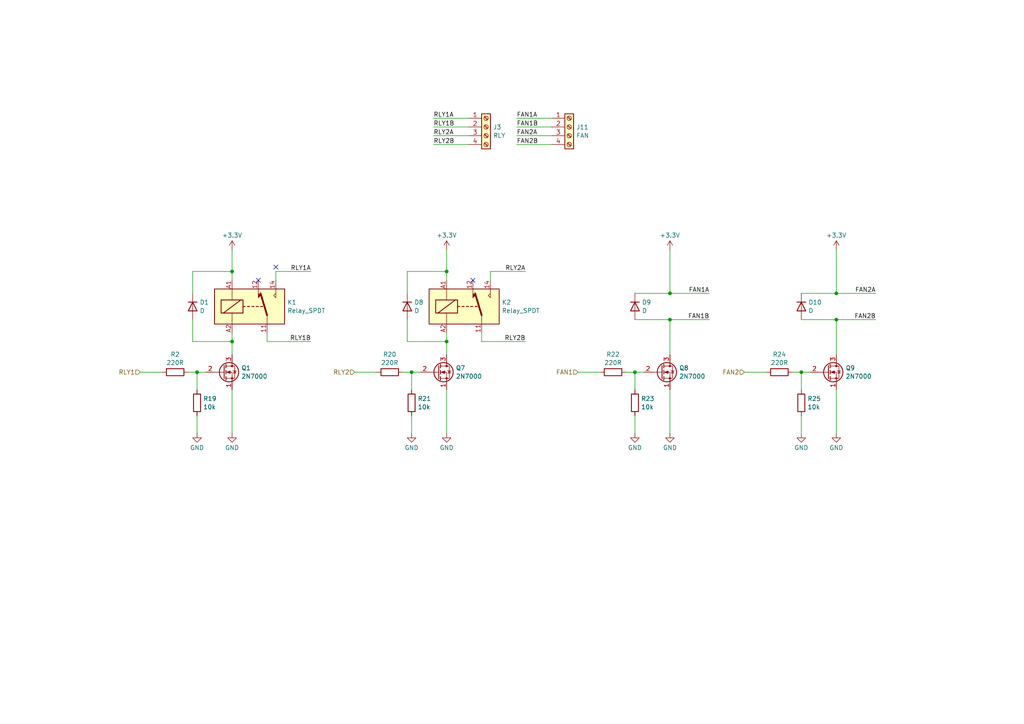
<source format=kicad_sch>
(kicad_sch (version 20231120) (generator "eeschema") (generator_version "8.0")
  (paper "A4")
  (lib_symbols
    (symbol "Connector:Screw_Terminal_01x04" (pin_names (offset 1.016) hide)
      (property "Reference" "J" (at 0 5.08 0))
      (property "Value" "Screw_Terminal_01x04" (at 0 -7.62 0))
      (symbol "Screw_Terminal_01x04_1_1"
        (rectangle (start -1.27 3.81) (end 1.27 -6.35) (stroke (width 0.254)) (fill (type background)))
        (circle (center 0 -5.08) (radius 0.635) (stroke (width 0.1524)))
        (circle (center 0 -2.54) (radius 0.635) (stroke (width 0.1524)))
        (polyline (pts (xy -0.5334 -4.7498) (xy 0.3302 -5.588)) (stroke (width 0.1524)))
        (polyline (pts (xy -0.5334 -2.2098) (xy 0.3302 -3.048)) (stroke (width 0.1524)))
        (polyline (pts (xy -0.5334 0.3302) (xy 0.3302 -0.508)) (stroke (width 0.1524)))
        (polyline (pts (xy -0.5334 2.8702) (xy 0.3302 2.032)) (stroke (width 0.1524)))
        (polyline (pts (xy -0.3556 -4.572) (xy 0.508 -5.4102)) (stroke (width 0.1524)))
        (polyline (pts (xy -0.3556 -2.032) (xy 0.508 -2.8702)) (stroke (width 0.1524)))
        (polyline (pts (xy -0.3556 0.508) (xy 0.508 -0.3302)) (stroke (width 0.1524)))
        (polyline (pts (xy -0.3556 3.048) (xy 0.508 2.2098)) (stroke (width 0.1524)))
        (circle (center 0 0) (radius 0.635) (stroke (width 0.1524)))
        (circle (center 0 2.54) (radius 0.635) (stroke (width 0.1524)))
        (pin passive line (at -5.08 2.54 0) (length 3.81) (name "Pin_1") (number "1"))
        (pin passive line (at -5.08 0 0) (length 3.81) (name "Pin_2") (number "2"))
        (pin passive line (at -5.08 -2.54 0) (length 3.81) (name "Pin_3") (number "3"))
        (pin passive line (at -5.08 -5.08 0) (length 3.81) (name "Pin_4") (number "4"))
      )
    )
    (symbol "Device:D" (pin_numbers hide) (pin_names (offset 1.016) hide)
      (property "Reference" "D" (at 0 2.54 0))
      (property "Value" "D" (at 0 -2.54 0))
      (symbol "D_0_1"
        (polyline (pts (xy -1.27 1.27) (xy -1.27 -1.27)) (stroke (width 0.254)))
        (polyline (pts (xy 1.27 0) (xy -1.27 0)))
        (polyline (pts (xy 1.27 1.27) (xy 1.27 -1.27) (xy -1.27 0) (xy 1.27 1.27)) (stroke (width 0.254)))
      )
      (symbol "D_1_1"
        (pin passive line (at -3.81 0 0) (length 2.54) (name "K") (number "1"))
        (pin passive line (at 3.81 0 180) (length 2.54) (name "A") (number "2"))
      )
    )
    (symbol "Device:R" (pin_numbers hide) (pin_names (offset 0))
      (property "Reference" "R" (at 2.032 0 90))
      (property "Value" "R" (at 0 0 90))
      (symbol "R_0_1"
        (rectangle (start -1.016 -2.54) (end 1.016 2.54) (stroke (width 0.254)))
      )
      (symbol "R_1_1"
        (pin passive line (at 0 3.81 270) (length 1.27) (name "~") (number "1"))
        (pin passive line (at 0 -3.81 90) (length 1.27) (name "~") (number "2"))
      )
    )
    (symbol "Relay:Relay_SPDT"
      (property "Reference" "K" (at 11.43 3.81 0))
      (property "Value" "Relay_SPDT" (at 11.43 1.27 0))
      (symbol "Relay_SPDT_0_0"
        (polyline (pts (xy 7.62 5.08) (xy 7.62 2.54) (xy 6.985 3.175) (xy 7.62 3.81)))
      )
      (symbol "Relay_SPDT_0_1"
        (rectangle (start -10.16 5.08) (end 10.16 -5.08) (stroke (width 0.254)) (fill (type background)))
        (rectangle (start -8.255 1.905) (end -1.905 -1.905) (stroke (width 0.254)))
        (polyline (pts (xy -7.62 -1.905) (xy -2.54 1.905)) (stroke (width 0.254)))
        (polyline (pts (xy -5.08 -5.08) (xy -5.08 -1.905)))
        (polyline (pts (xy -5.08 5.08) (xy -5.08 1.905)))
        (polyline (pts (xy -1.905 0) (xy -1.27 0)) (stroke (width 0.254)))
        (polyline (pts (xy -0.635 0) (xy 0 0)) (stroke (width 0.254)))
        (polyline (pts (xy 0.635 0) (xy 1.27 0)) (stroke (width 0.254)))
        (polyline (pts (xy 1.905 0) (xy 2.54 0)) (stroke (width 0.254)))
        (polyline (pts (xy 3.175 0) (xy 3.81 0)) (stroke (width 0.254)))
        (polyline (pts (xy 5.08 -2.54) (xy 3.175 3.81)) (stroke (width 0.508)))
        (polyline (pts (xy 5.08 -2.54) (xy 5.08 -5.08)))
        (polyline (pts (xy 2.54 5.08) (xy 2.54 2.54) (xy 3.175 3.175) (xy 2.54 3.81)) (fill (type outline)))
      )
      (symbol "Relay_SPDT_1_1"
        (pin passive line (at 5.08 -7.62 90) (length 2.54) (name "~") (number "11"))
        (pin passive line (at 2.54 7.62 270) (length 2.54) (name "~") (number "12"))
        (pin passive line (at 7.62 7.62 270) (length 2.54) (name "~") (number "14"))
        (pin passive line (at -5.08 7.62 270) (length 2.54) (name "~") (number "A1"))
        (pin passive line (at -5.08 -7.62 90) (length 2.54) (name "~") (number "A2"))
      )
    )
    (symbol "Transistor_FET:2N7000" (pin_names hide)
      (property "Reference" "Q" (at 5.08 1.905 0))
      (property "Value" "2N7000" (at 5.08 0 0))
      (symbol "2N7000_0_1"
        (polyline (pts (xy 0.254 0) (xy -2.54 0)))
        (polyline (pts (xy 0.254 1.905) (xy 0.254 -1.905)) (stroke (width 0.254)))
        (polyline (pts (xy 0.762 -1.27) (xy 0.762 -2.286)) (stroke (width 0.254)))
        (polyline (pts (xy 0.762 0.508) (xy 0.762 -0.508)) (stroke (width 0.254)))
        (polyline (pts (xy 0.762 2.286) (xy 0.762 1.27)) (stroke (width 0.254)))
        (polyline (pts (xy 2.54 2.54) (xy 2.54 1.778)))
        (polyline (pts (xy 2.54 -2.54) (xy 2.54 0) (xy 0.762 0)))
        (polyline (pts (xy 0.762 -1.778) (xy 3.302 -1.778) (xy 3.302 1.778) (xy 0.762 1.778)))
        (polyline (pts (xy 1.016 0) (xy 2.032 0.381) (xy 2.032 -0.381) (xy 1.016 0)) (fill (type outline)))
        (polyline (pts (xy 2.794 0.508) (xy 2.921 0.381) (xy 3.683 0.381) (xy 3.81 0.254)))
        (polyline (pts (xy 3.302 0.381) (xy 2.921 -0.254) (xy 3.683 -0.254) (xy 3.302 0.381)))
        (circle (center 1.651 0) (radius 2.794) (stroke (width 0.254)))
        (circle (center 2.54 -1.778) (radius 0.254) (fill (type outline)))
        (circle (center 2.54 1.778) (radius 0.254) (fill (type outline)))
      )
      (symbol "2N7000_1_1"
        (pin passive line (at 2.54 -5.08 90) (length 2.54) (name "S") (number "1"))
        (pin input line (at -5.08 0 0) (length 2.54) (name "G") (number "2"))
        (pin passive line (at 2.54 5.08 270) (length 2.54) (name "D") (number "3"))
      )
    )
    (symbol "power:+3.3V" (power) (pin_numbers hide) (pin_names (offset 0) hide)
      (property "Value" "+3.3V" (at 0 3.556 0))
      (symbol "+3.3V_0_1"
        (polyline (pts (xy -0.762 1.27) (xy 0 2.54)))
        (polyline (pts (xy 0 0) (xy 0 2.54)))
        (polyline (pts (xy 0 2.54) (xy 0.762 1.27)))
      )
      (symbol "+3.3V_1_1"
        (pin power_in line (at 0 0 90) (length 0) (name "~") (number "1"))
      )
    )
    (symbol "power:GND" (power) (pin_numbers hide) (pin_names (offset 0) hide)
      (property "Value" "GND" (at 0 -3.81 0))
      (symbol "GND_0_1"
        (polyline (pts (xy 0 0) (xy 0 -1.27) (xy 1.27 -1.27) (xy 0 -2.54) (xy -1.27 -1.27) (xy 0 -1.27)))
      )
      (symbol "GND_1_1"
        (pin power_in line (at 0 0 270) (length 0) (name "~") (number "1"))
      )
    )
  )
  (junction (at 57.15 107.95))
  (junction (at 194.31 85.09))
  (junction (at 194.31 92.71))
  (junction (at 67.31 99.06))
  (junction (at 232.41 107.95))
  (junction (at 67.31 78.74))
  (junction (at 129.54 99.06))
  (junction (at 129.54 78.74))
  (junction (at 119.38 107.95))
  (junction (at 242.57 85.09))
  (junction (at 242.57 92.71))
  (junction (at 184.15 107.95))
  (no_connect (at 74.93 81.28))
  (no_connect (at 137.16 81.28))
  (no_connect (at 80.01 77.47))
  (wire (pts (xy 55.88 99.06) (xy 55.88 92.71)))
  (wire (pts (xy 184.15 120.65) (xy 184.15 125.73)))
  (wire (pts (xy 55.88 78.74) (xy 67.31 78.74)))
  (wire (pts (xy 67.31 78.74) (xy 67.31 81.28)))
  (wire (pts (xy 232.41 120.65) (xy 232.41 125.73)))
  (wire (pts (xy 149.86 39.37) (xy 160.02 39.37)))
  (wire (pts (xy 57.15 120.65) (xy 57.15 125.73)))
  (wire (pts (xy 118.11 99.06) (xy 118.11 92.71)))
  (wire (pts (xy 80.01 81.28) (xy 80.01 78.74)))
  (wire (pts (xy 242.57 85.09) (xy 254 85.09)))
  (wire (pts (xy 194.31 72.39) (xy 194.31 85.09)))
  (wire (pts (xy 129.54 78.74) (xy 129.54 81.28)))
  (wire (pts (xy 149.86 41.91) (xy 160.02 41.91)))
  (wire (pts (xy 125.73 34.29) (xy 135.89 34.29)))
  (wire (pts (xy 139.7 99.06) (xy 152.4 99.06)))
  (wire (pts (xy 139.7 96.52) (xy 139.7 99.06)))
  (wire (pts (xy 80.01 78.74) (xy 90.17 78.74)))
  (wire (pts (xy 77.47 99.06) (xy 90.17 99.06)))
  (wire (pts (xy 67.31 113.03) (xy 67.31 125.73)))
  (wire (pts (xy 242.57 113.03) (xy 242.57 125.73)))
  (wire (pts (xy 232.41 85.09) (xy 242.57 85.09)))
  (wire (pts (xy 142.24 78.74) (xy 152.4 78.74)))
  (wire (pts (xy 242.57 92.71) (xy 254 92.71)))
  (wire (pts (xy 55.88 99.06) (xy 67.31 99.06)))
  (wire (pts (xy 118.11 99.06) (xy 129.54 99.06)))
  (wire (pts (xy 118.11 78.74) (xy 129.54 78.74)))
  (wire (pts (xy 242.57 92.71) (xy 242.57 102.87)))
  (wire (pts (xy 232.41 107.95) (xy 232.41 113.03)))
  (wire (pts (xy 119.38 107.95) (xy 119.38 113.03)))
  (wire (pts (xy 149.86 36.83) (xy 160.02 36.83)))
  (wire (pts (xy 67.31 72.39) (xy 67.31 78.74)))
  (wire (pts (xy 57.15 107.95) (xy 59.69 107.95)))
  (wire (pts (xy 184.15 85.09) (xy 194.31 85.09)))
  (wire (pts (xy 194.31 92.71) (xy 205.74 92.71)))
  (wire (pts (xy 57.15 107.95) (xy 57.15 113.03)))
  (wire (pts (xy 129.54 96.52) (xy 129.54 99.06)))
  (wire (pts (xy 167.64 107.95) (xy 173.99 107.95)))
  (wire (pts (xy 125.73 41.91) (xy 135.89 41.91)))
  (wire (pts (xy 229.87 107.95) (xy 232.41 107.95)))
  (wire (pts (xy 67.31 96.52) (xy 67.31 99.06)))
  (wire (pts (xy 116.84 107.95) (xy 119.38 107.95)))
  (wire (pts (xy 125.73 39.37) (xy 135.89 39.37)))
  (wire (pts (xy 67.31 99.06) (xy 67.31 102.87)))
  (wire (pts (xy 142.24 81.28) (xy 142.24 78.74)))
  (wire (pts (xy 194.31 85.09) (xy 205.74 85.09)))
  (wire (pts (xy 194.31 92.71) (xy 194.31 102.87)))
  (wire (pts (xy 181.61 107.95) (xy 184.15 107.95)))
  (wire (pts (xy 194.31 113.03) (xy 194.31 125.73)))
  (wire (pts (xy 54.61 107.95) (xy 57.15 107.95)))
  (wire (pts (xy 125.73 36.83) (xy 135.89 36.83)))
  (wire (pts (xy 184.15 107.95) (xy 184.15 113.03)))
  (wire (pts (xy 215.9 107.95) (xy 222.25 107.95)))
  (wire (pts (xy 129.54 99.06) (xy 129.54 102.87)))
  (wire (pts (xy 102.87 107.95) (xy 109.22 107.95)))
  (wire (pts (xy 129.54 72.39) (xy 129.54 78.74)))
  (wire (pts (xy 184.15 92.71) (xy 194.31 92.71)))
  (wire (pts (xy 40.64 107.95) (xy 46.99 107.95)))
  (wire (pts (xy 119.38 107.95) (xy 121.92 107.95)))
  (wire (pts (xy 55.88 78.74) (xy 55.88 85.09)))
  (wire (pts (xy 119.38 120.65) (xy 119.38 125.73)))
  (wire (pts (xy 118.11 78.74) (xy 118.11 85.09)))
  (wire (pts (xy 232.41 107.95) (xy 234.95 107.95)))
  (wire (pts (xy 184.15 107.95) (xy 186.69 107.95)))
  (wire (pts (xy 129.54 113.03) (xy 129.54 125.73)))
  (wire (pts (xy 77.47 96.52) (xy 77.47 99.06)))
  (wire (pts (xy 242.57 72.39) (xy 242.57 85.09)))
  (wire (pts (xy 232.41 92.71) (xy 242.57 92.71)))
  (wire (pts (xy 149.86 34.29) (xy 160.02 34.29)))
  (label "FAN2B" (at 254 92.71 180))
  (label "FAN1A" (at 205.74 85.09 180))
  (label "FAN1A" (at 149.86 34.29 0))
  (label "RLY1A" (at 125.73 34.29 0))
  (label "RLY2B" (at 125.73 41.91 0))
  (label "RLY2A" (at 152.4 78.74 180))
  (label "RLY1B" (at 90.17 99.06 180))
  (label "FAN2A" (at 254 85.09 180))
  (label "FAN2B" (at 149.86 41.91 0))
  (label "RLY1B" (at 125.73 36.83 0))
  (label "RLY2B" (at 152.4 99.06 180))
  (label "FAN1B" (at 205.74 92.71 180))
  (label "FAN2A" (at 149.86 39.37 0))
  (label "RLY1A" (at 90.17 78.74 180))
  (label "FAN1B" (at 149.86 36.83 0))
  (label "RLY2A" (at 125.73 39.37 0))
  (hierarchical_label "RLY2" (shape input) (at 102.87 107.95 180))
  (hierarchical_label "FAN1" (shape input) (at 167.64 107.95 180))
  (hierarchical_label "RLY1" (shape input) (at 40.64 107.95 180))
  (hierarchical_label "FAN2" (shape input) (at 215.9 107.95 180))
  (symbol (lib_id "Device:R") (at 184.15 116.84 180) (unit 1)
    (property "Reference" "R23" (at 185.928 115.6278 0) (effects (justify right)))
    (property "Value" "10k" (at 185.928 118.0521 0) (effects (justify right)))
    (property "Description" "Resistor" (effects (hide yes)))
  )
  (symbol (lib_id "power:+3.3V") (at 194.31 72.39 0) (unit 1)
    (property "Reference" "#PWR055" (effects (hide yes)))
    (property "Value" "+3.3V" (at 194.31 68.2569 0))
    (property "Description" "Power symbol creates a global label with name \"+3.3V\"" (effects (hide yes)))
  )
  (symbol (lib_id "Device:R") (at 50.8 107.95 90) (unit 1)
    (property "Reference" "R2" (at 50.8 102.7895 90))
    (property "Value" "220R" (at 50.8 105.2138 90))
    (property "Description" "Resistor" (effects (hide yes)))
  )
  (symbol (lib_id "Device:D") (at 55.88 88.9 270) (unit 1)
    (property "Reference" "D1" (at 57.912 87.6878 90) (effects (justify left)))
    (property "Value" "D" (at 57.912 90.1121 90) (effects (justify left)))
    (property "Description" "Diode" (effects (hide yes)))
    (property "Sim.Device" "D" (effects (hide yes)))
    (property "Sim.Pins" "1=K 2=A" (effects (hide yes)))
  )
  (symbol (lib_id "power:GND") (at 129.54 125.73 0) (unit 1)
    (property "Reference" "#PWR053" (effects (hide yes)))
    (property "Value" "GND" (at 129.54 129.8631 0))
    (property "Description" "Power symbol creates a global label with name \"GND\" , ground" (effects (hide yes)))
  )
  (symbol (lib_id "Device:D") (at 118.11 88.9 270) (unit 1)
    (property "Reference" "D8" (at 120.142 87.6878 90) (effects (justify left)))
    (property "Value" "D" (at 120.142 90.1121 90) (effects (justify left)))
    (property "Description" "Diode" (effects (hide yes)))
    (property "Sim.Device" "D" (effects (hide yes)))
    (property "Sim.Pins" "1=K 2=A" (effects (hide yes)))
  )
  (symbol (lib_id "power:GND") (at 57.15 125.73 0) (unit 1)
    (property "Reference" "#PWR050" (effects (hide yes)))
    (property "Value" "GND" (at 57.15 129.8631 0))
    (property "Description" "Power symbol creates a global label with name \"GND\" , ground" (effects (hide yes)))
  )
  (symbol (lib_id "Device:R") (at 177.8 107.95 90) (unit 1)
    (property "Reference" "R22" (at 177.8 102.7895 90))
    (property "Value" "220R" (at 177.8 105.2138 90))
    (property "Description" "Resistor" (effects (hide yes)))
  )
  (symbol (lib_id "Transistor_FET:2N7000") (at 64.77 107.95 0) (unit 1)
    (property "Reference" "Q1" (at 69.977 106.7378 0) (effects (justify left)))
    (property "Value" "2N7000" (at 69.977 109.1621 0) (effects (justify left)))
    (property "Footprint" "Package_TO_SOT_THT:TO-92_Inline" (effects (hide yes)))
    (property "Datasheet" "https://www.vishay.com/docs/70226/70226.pdf" (effects (hide yes)))
    (property "Description" "0.2A Id, 200V Vds, N-Channel MOSFET, 2.6V Logic Level, TO-92" (effects (hide yes)))
  )
  (symbol (lib_id "Transistor_FET:2N7000") (at 240.03 107.95 0) (unit 1)
    (property "Reference" "Q9" (at 245.237 106.7378 0) (effects (justify left)))
    (property "Value" "2N7000" (at 245.237 109.1621 0) (effects (justify left)))
    (property "Footprint" "Package_TO_SOT_THT:TO-92_Inline" (effects (hide yes)))
    (property "Datasheet" "https://www.vishay.com/docs/70226/70226.pdf" (effects (hide yes)))
    (property "Description" "0.2A Id, 200V Vds, N-Channel MOSFET, 2.6V Logic Level, TO-92" (effects (hide yes)))
  )
  (symbol (lib_id "Relay:Relay_SPDT") (at 134.62 88.9 0) (unit 1)
    (property "Reference" "K2" (at 145.542 87.6878 0) (effects (justify left)))
    (property "Value" "Relay_SPDT" (at 145.542 90.1121 0) (effects (justify left)))
    (property "Description" "Monostable Relay SPDT, EN50005" (effects (hide yes)))
  )
  (symbol (lib_id "Transistor_FET:2N7000") (at 191.77 107.95 0) (unit 1)
    (property "Reference" "Q8" (at 196.977 106.7378 0) (effects (justify left)))
    (property "Value" "2N7000" (at 196.977 109.1621 0) (effects (justify left)))
    (property "Footprint" "Package_TO_SOT_THT:TO-92_Inline" (effects (hide yes)))
    (property "Datasheet" "https://www.vishay.com/docs/70226/70226.pdf" (effects (hide yes)))
    (property "Description" "0.2A Id, 200V Vds, N-Channel MOSFET, 2.6V Logic Level, TO-92" (effects (hide yes)))
  )
  (symbol (lib_id "Transistor_FET:2N7000") (at 127 107.95 0) (unit 1)
    (property "Reference" "Q7" (at 132.207 106.7378 0) (effects (justify left)))
    (property "Value" "2N7000" (at 132.207 109.1621 0) (effects (justify left)))
    (property "Footprint" "Package_TO_SOT_THT:TO-92_Inline" (effects (hide yes)))
    (property "Datasheet" "https://www.vishay.com/docs/70226/70226.pdf" (effects (hide yes)))
    (property "Description" "0.2A Id, 200V Vds, N-Channel MOSFET, 2.6V Logic Level, TO-92" (effects (hide yes)))
  )
  (symbol (lib_id "Device:R") (at 119.38 116.84 180) (unit 1)
    (property "Reference" "R21" (at 121.158 115.6278 0) (effects (justify right)))
    (property "Value" "10k" (at 121.158 118.0521 0) (effects (justify right)))
    (property "Description" "Resistor" (effects (hide yes)))
  )
  (symbol (lib_id "power:+3.3V") (at 67.31 72.39 0) (unit 1)
    (property "Reference" "#PWR01" (effects (hide yes)))
    (property "Value" "+3.3V" (at 67.31 68.2569 0))
    (property "Description" "Power symbol creates a global label with name \"+3.3V\"" (effects (hide yes)))
  )
  (symbol (lib_id "Connector:Screw_Terminal_01x04") (at 140.97 36.83 0) (unit 1)
    (property "Reference" "J3" (at 143.002 36.8878 0) (effects (justify left)))
    (property "Value" "RLY" (at 143.002 39.3121 0) (effects (justify left)))
    (property "Description" "Generic screw terminal, single row, 01x04, script generated (kicad-library-utils/schlib/autogen/connector/)" (effects (hide yes)))
  )
  (symbol (lib_id "power:GND") (at 67.31 125.73 0) (unit 1)
    (property "Reference" "#PWR010" (effects (hide yes)))
    (property "Value" "GND" (at 67.31 129.8631 0))
    (property "Description" "Power symbol creates a global label with name \"GND\" , ground" (effects (hide yes)))
  )
  (symbol (lib_id "Device:R") (at 226.06 107.95 90) (unit 1)
    (property "Reference" "R24" (at 226.06 102.7895 90))
    (property "Value" "220R" (at 226.06 105.2138 90))
    (property "Description" "Resistor" (effects (hide yes)))
  )
  (symbol (lib_id "power:+3.3V") (at 129.54 72.39 0) (unit 1)
    (property "Reference" "#PWR052" (effects (hide yes)))
    (property "Value" "+3.3V" (at 129.54 68.2569 0))
    (property "Description" "Power symbol creates a global label with name \"+3.3V\"" (effects (hide yes)))
  )
  (symbol (lib_id "Connector:Screw_Terminal_01x04") (at 165.1 36.83 0) (unit 1)
    (property "Reference" "J11" (at 167.132 36.8878 0) (effects (justify left)))
    (property "Value" "FAN" (at 167.132 39.3121 0) (effects (justify left)))
    (property "Description" "Generic screw terminal, single row, 01x04, script generated (kicad-library-utils/schlib/autogen/connector/)" (effects (hide yes)))
  )
  (symbol (lib_id "Device:R") (at 57.15 116.84 180) (unit 1)
    (property "Reference" "R19" (at 58.928 115.6278 0) (effects (justify right)))
    (property "Value" "10k" (at 58.928 118.0521 0) (effects (justify right)))
    (property "Description" "Resistor" (effects (hide yes)))
  )
  (symbol (lib_id "power:GND") (at 184.15 125.73 0) (unit 1)
    (property "Reference" "#PWR054" (effects (hide yes)))
    (property "Value" "GND" (at 184.15 129.8631 0))
    (property "Description" "Power symbol creates a global label with name \"GND\" , ground" (effects (hide yes)))
  )
  (symbol (lib_id "power:GND") (at 232.41 125.73 0) (unit 1)
    (property "Reference" "#PWR057" (effects (hide yes)))
    (property "Value" "GND" (at 232.41 129.8631 0))
    (property "Description" "Power symbol creates a global label with name \"GND\" , ground" (effects (hide yes)))
  )
  (symbol (lib_id "power:GND") (at 242.57 125.73 0) (unit 1)
    (property "Reference" "#PWR059" (effects (hide yes)))
    (property "Value" "GND" (at 242.57 129.8631 0))
    (property "Description" "Power symbol creates a global label with name \"GND\" , ground" (effects (hide yes)))
  )
  (symbol (lib_id "power:GND") (at 194.31 125.73 0) (unit 1)
    (property "Reference" "#PWR056" (effects (hide yes)))
    (property "Value" "GND" (at 194.31 129.8631 0))
    (property "Description" "Power symbol creates a global label with name \"GND\" , ground" (effects (hide yes)))
  )
  (symbol (lib_id "power:GND") (at 119.38 125.73 0) (unit 1)
    (property "Reference" "#PWR051" (effects (hide yes)))
    (property "Value" "GND" (at 119.38 129.8631 0))
    (property "Description" "Power symbol creates a global label with name \"GND\" , ground" (effects (hide yes)))
  )
  (symbol (lib_id "Relay:Relay_SPDT") (at 72.39 88.9 0) (unit 1)
    (property "Reference" "K1" (at 83.312 87.6878 0) (effects (justify left)))
    (property "Value" "Relay_SPDT" (at 83.312 90.1121 0) (effects (justify left)))
    (property "Description" "Monostable Relay SPDT, EN50005" (effects (hide yes)))
  )
  (symbol (lib_id "Device:R") (at 113.03 107.95 90) (unit 1)
    (property "Reference" "R20" (at 113.03 102.7895 90))
    (property "Value" "220R" (at 113.03 105.2138 90))
    (property "Description" "Resistor" (effects (hide yes)))
  )
  (symbol (lib_id "power:+3.3V") (at 242.57 72.39 0) (unit 1)
    (property "Reference" "#PWR058" (effects (hide yes)))
    (property "Value" "+3.3V" (at 242.57 68.2569 0))
    (property "Description" "Power symbol creates a global label with name \"+3.3V\"" (effects (hide yes)))
  )
  (symbol (lib_id "Device:D") (at 184.15 88.9 270) (unit 1)
    (property "Reference" "D9" (at 186.182 87.6878 90) (effects (justify left)))
    (property "Value" "D" (at 186.182 90.1121 90) (effects (justify left)))
    (property "Description" "Diode" (effects (hide yes)))
    (property "Sim.Device" "D" (effects (hide yes)))
    (property "Sim.Pins" "1=K 2=A" (effects (hide yes)))
  )
  (symbol (lib_id "Device:D") (at 232.41 88.9 270) (unit 1)
    (property "Reference" "D10" (at 234.442 87.6878 90) (effects (justify left)))
    (property "Value" "D" (at 234.442 90.1121 90) (effects (justify left)))
    (property "Description" "Diode" (effects (hide yes)))
    (property "Sim.Device" "D" (effects (hide yes)))
    (property "Sim.Pins" "1=K 2=A" (effects (hide yes)))
  )
  (symbol (lib_id "Device:R") (at 232.41 116.84 180) (unit 1)
    (property "Reference" "R25" (at 234.188 115.6278 0) (effects (justify right)))
    (property "Value" "10k" (at 234.188 118.0521 0) (effects (justify right)))
    (property "Description" "Resistor" (effects (hide yes)))
  )
)
</source>
